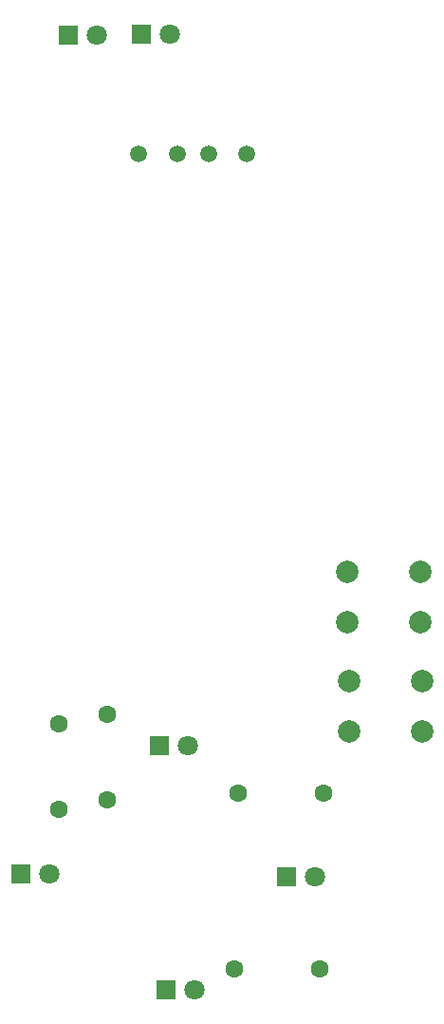
<source format=gbr>
%TF.GenerationSoftware,KiCad,Pcbnew,9.0.2*%
%TF.CreationDate,2025-07-03T20:52:15-07:00*%
%TF.ProjectId,solder,736f6c64-6572-42e6-9b69-6361645f7063,rev?*%
%TF.SameCoordinates,Original*%
%TF.FileFunction,Soldermask,Top*%
%TF.FilePolarity,Negative*%
%FSLAX46Y46*%
G04 Gerber Fmt 4.6, Leading zero omitted, Abs format (unit mm)*
G04 Created by KiCad (PCBNEW 9.0.2) date 2025-07-03 20:52:15*
%MOMM*%
%LPD*%
G01*
G04 APERTURE LIST*
%ADD10C,2.000000*%
%ADD11R,1.800000X1.800000*%
%ADD12C,1.800000*%
%ADD13C,1.600000*%
%ADD14C,1.500000*%
G04 APERTURE END LIST*
D10*
%TO.C,SW1*%
X153435000Y-94950000D03*
X159935000Y-94950000D03*
X153435000Y-99450000D03*
X159935000Y-99450000D03*
%TD*%
D11*
%TO.C,D4*%
X124270000Y-121880000D03*
D12*
X126810000Y-121880000D03*
%TD*%
D11*
%TO.C,D6*%
X147955000Y-122070000D03*
D12*
X150495000Y-122070000D03*
%TD*%
D11*
%TO.C,D2*%
X135035567Y-47032545D03*
D12*
X137575567Y-47032545D03*
%TD*%
D10*
%TO.C,SW2*%
X153585000Y-104650000D03*
X160085000Y-104650000D03*
X153585000Y-109150000D03*
X160085000Y-109150000D03*
%TD*%
D11*
%TO.C,D5*%
X137220000Y-132150000D03*
D12*
X139760000Y-132150000D03*
%TD*%
D11*
%TO.C,D3*%
X136660000Y-110430000D03*
D12*
X139200000Y-110430000D03*
%TD*%
D11*
%TO.C,D1*%
X128502285Y-47077420D03*
D12*
X131042285Y-47077420D03*
%TD*%
D13*
%TO.C,R3*%
X143360000Y-130320000D03*
X150980000Y-130320000D03*
%TD*%
%TO.C,R2*%
X127650000Y-108460000D03*
X127650000Y-116080000D03*
%TD*%
%TO.C,R1*%
X132020000Y-107600000D03*
X132020000Y-115220000D03*
%TD*%
%TO.C,R4*%
X151300000Y-114660000D03*
X143680000Y-114660000D03*
%TD*%
D14*
%TO.C,R5*%
X144460000Y-57650000D03*
X141060000Y-57650000D03*
%TD*%
%TO.C,R6*%
X138230000Y-57630000D03*
X134830000Y-57630000D03*
%TD*%
M02*

</source>
